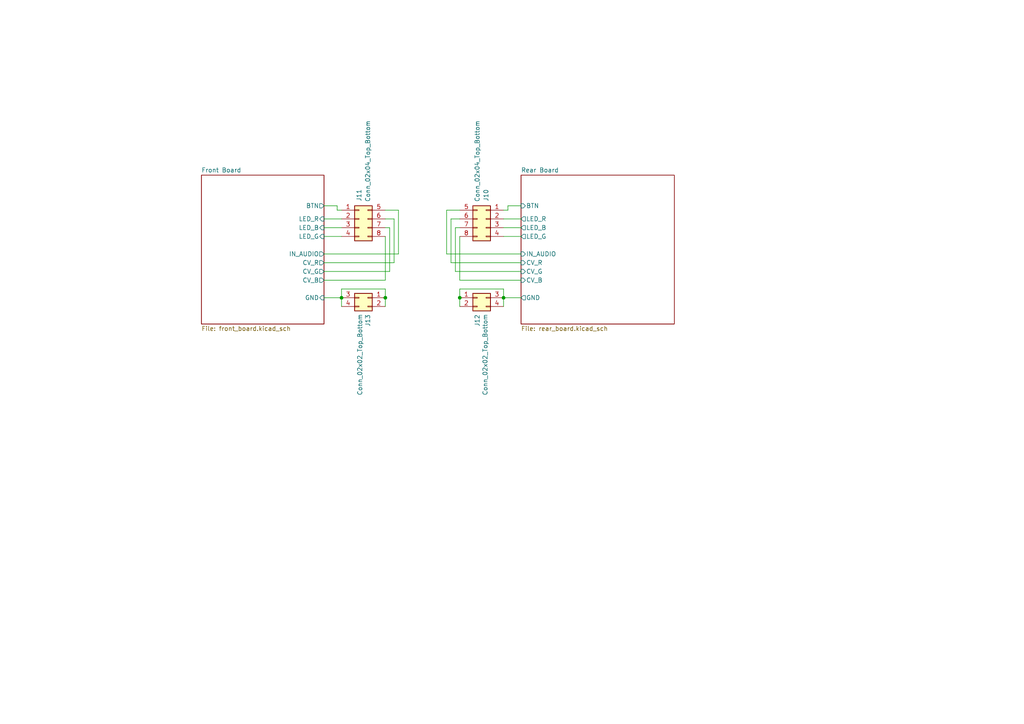
<source format=kicad_sch>
(kicad_sch (version 20250114) (generator "eeschema") (generator_version "9.0")
  (paper "A4")
  (lib_symbols
    (symbol "Connector_Generic:Conn_02x02_Top_Bottom" (pin_names (offset 1.016) (hide yes))
      (property "Reference" "J" (at 1.27 2.54 0))
      (property "Value" "Conn_02x02_Top_Bottom" (at 1.27 -5.08 0))
      (symbol "Conn_02x02_Top_Bottom_1_1"
        (rectangle (start -1.27 1.27) (end 3.81 -3.81) (stroke (width 0.254)) (fill (type background)))
        (rectangle (start -1.27 0.127) (end 0 -0.127) (stroke (width 0.1524)))
        (rectangle (start -1.27 -2.413) (end 0 -2.667) (stroke (width 0.1524)))
        (rectangle (start 3.81 0.127) (end 2.54 -0.127) (stroke (width 0.1524)))
        (rectangle (start 3.81 -2.413) (end 2.54 -2.667) (stroke (width 0.1524)))
        (pin passive line (at -5.08 0 0) (length 3.81) (name "Pin_1") (number "1"))
        (pin passive line (at -5.08 -2.54 0) (length 3.81) (name "Pin_2") (number "2"))
        (pin passive line (at 7.62 0 180) (length 3.81) (name "Pin_3") (number "3"))
        (pin passive line (at 7.62 -2.54 180) (length 3.81) (name "Pin_4") (number "4"))
      )
    )
    (symbol "Connector_Generic:Conn_02x04_Top_Bottom" (pin_names (offset 1.016) (hide yes))
      (property "Reference" "J" (at 1.27 5.08 0))
      (property "Value" "Conn_02x04_Top_Bottom" (at 1.27 -7.62 0))
      (symbol "Conn_02x04_Top_Bottom_1_1"
        (rectangle (start -1.27 3.81) (end 3.81 -6.35) (stroke (width 0.254)) (fill (type background)))
        (rectangle (start -1.27 2.667) (end 0 2.413) (stroke (width 0.1524)))
        (rectangle (start -1.27 0.127) (end 0 -0.127) (stroke (width 0.1524)))
        (rectangle (start -1.27 -2.413) (end 0 -2.667) (stroke (width 0.1524)))
        (rectangle (start -1.27 -4.953) (end 0 -5.207) (stroke (width 0.1524)))
        (rectangle (start 3.81 2.667) (end 2.54 2.413) (stroke (width 0.1524)))
        (rectangle (start 3.81 0.127) (end 2.54 -0.127) (stroke (width 0.1524)))
        (rectangle (start 3.81 -2.413) (end 2.54 -2.667) (stroke (width 0.1524)))
        (rectangle (start 3.81 -4.953) (end 2.54 -5.207) (stroke (width 0.1524)))
        (pin passive line (at -5.08 2.54 0) (length 3.81) (name "Pin_1") (number "1"))
        (pin passive line (at -5.08 0 0) (length 3.81) (name "Pin_2") (number "2"))
        (pin passive line (at -5.08 -2.54 0) (length 3.81) (name "Pin_3") (number "3"))
        (pin passive line (at -5.08 -5.08 0) (length 3.81) (name "Pin_4") (number "4"))
        (pin passive line (at 7.62 2.54 180) (length 3.81) (name "Pin_5") (number "5"))
        (pin passive line (at 7.62 0 180) (length 3.81) (name "Pin_6") (number "6"))
        (pin passive line (at 7.62 -2.54 180) (length 3.81) (name "Pin_7") (number "7"))
        (pin passive line (at 7.62 -5.08 180) (length 3.81) (name "Pin_8") (number "8"))
      )
    )
  )
  (junction (at 146.05 86.36))
  (junction (at 111.76 86.36))
  (junction (at 99.06 86.36))
  (junction (at 133.35 86.36))
  (wire (pts (xy 111.76 60.96) (xy 115.57 60.96)))
  (wire (pts (xy 132.08 78.74) (xy 132.08 66.04)))
  (wire (pts (xy 113.03 78.74) (xy 113.03 66.04)))
  (wire (pts (xy 111.76 86.36) (xy 111.76 88.9)))
  (wire (pts (xy 146.05 83.82) (xy 146.05 86.36)))
  (wire (pts (xy 133.35 86.36) (xy 133.35 83.82)))
  (wire (pts (xy 147.32 59.69) (xy 151.13 59.69)))
  (wire (pts (xy 151.13 73.66) (xy 129.54 73.66)))
  (wire (pts (xy 99.06 83.82) (xy 111.76 83.82)))
  (wire (pts (xy 97.79 59.69) (xy 93.98 59.69)))
  (wire (pts (xy 146.05 86.36) (xy 151.13 86.36)))
  (wire (pts (xy 93.98 78.74) (xy 113.03 78.74)))
  (wire (pts (xy 99.06 86.36) (xy 99.06 83.82)))
  (wire (pts (xy 114.3 63.5) (xy 111.76 63.5)))
  (wire (pts (xy 151.13 78.74) (xy 132.08 78.74)))
  (wire (pts (xy 97.79 60.96) (xy 99.06 60.96)))
  (wire (pts (xy 93.98 76.2) (xy 114.3 76.2)))
  (wire (pts (xy 129.54 60.96) (xy 133.35 60.96)))
  (wire (pts (xy 151.13 76.2) (xy 130.81 76.2)))
  (wire (pts (xy 111.76 68.58) (xy 111.76 81.28)))
  (wire (pts (xy 151.13 81.28) (xy 133.35 81.28)))
  (wire (pts (xy 99.06 86.36) (xy 99.06 88.9)))
  (wire (pts (xy 113.03 66.04) (xy 111.76 66.04)))
  (wire (pts (xy 111.76 81.28) (xy 93.98 81.28)))
  (wire (pts (xy 93.98 73.66) (xy 115.57 73.66)))
  (wire (pts (xy 115.57 73.66) (xy 115.57 60.96)))
  (wire (pts (xy 130.81 63.5) (xy 133.35 63.5)))
  (wire (pts (xy 129.54 73.66) (xy 129.54 60.96)))
  (wire (pts (xy 97.79 60.96) (xy 97.79 59.69)))
  (wire (pts (xy 146.05 68.58) (xy 151.13 68.58)))
  (wire (pts (xy 130.81 63.5) (xy 130.81 76.2)))
  (wire (pts (xy 93.98 68.58) (xy 99.06 68.58)))
  (wire (pts (xy 133.35 86.36) (xy 133.35 88.9)))
  (wire (pts (xy 146.05 63.5) (xy 151.13 63.5)))
  (wire (pts (xy 146.05 60.96) (xy 147.32 60.96)))
  (wire (pts (xy 93.98 86.36) (xy 99.06 86.36)))
  (wire (pts (xy 146.05 86.36) (xy 146.05 88.9)))
  (wire (pts (xy 93.98 66.04) (xy 99.06 66.04)))
  (wire (pts (xy 93.98 63.5) (xy 99.06 63.5)))
  (wire (pts (xy 147.32 60.96) (xy 147.32 59.69)))
  (wire (pts (xy 133.35 83.82) (xy 146.05 83.82)))
  (wire (pts (xy 133.35 81.28) (xy 133.35 68.58)))
  (wire (pts (xy 132.08 66.04) (xy 133.35 66.04)))
  (wire (pts (xy 111.76 83.82) (xy 111.76 86.36)))
  (wire (pts (xy 146.05 66.04) (xy 151.13 66.04)))
  (wire (pts (xy 114.3 76.2) (xy 114.3 63.5)))
  (symbol (lib_id "Connector_Generic:Conn_02x02_Top_Bottom") (at 138.43 86.36 0) (unit 1)
    (property "Reference" "J12" (at 138.43 92.964 90))
    (property "Value" "Conn_02x02_Top_Bottom" (at 140.716 102.87 90))
    (property "Footprint" "Connector_PinSocket_2.54mm:PinSocket_2x02_P2.54mm_Vertical" (effects (hide yes)))
    (property "Description" "Generic connector, double row, 02x02, top/bottom pin numbering scheme (row 1: 1...pins_per_row, row2: pins_per_row+1 ... num_pins), script generated (kicad-library-utils/schlib/autogen/connector/)" (effects (hide yes)))
  )
  (symbol (lib_id "Connector_Generic:Conn_02x02_Top_Bottom") (at 106.68 86.36 0) (mirror y) (unit 1)
    (property "Reference" "J13" (at 106.68 92.964 90))
    (property "Value" "Conn_02x02_Top_Bottom" (at 104.394 102.87 90))
    (property "Footprint" "Connector_PinHeader_2.54mm:PinHeader_2x02_P2.54mm_Horizontal" (effects (hide yes)))
    (property "Description" "Generic connector, double row, 02x02, top/bottom pin numbering scheme (row 1: 1...pins_per_row, row2: pins_per_row+1 ... num_pins), script generated (kicad-library-utils/schlib/autogen/connector/)" (effects (hide yes)))
  )
  (symbol (lib_id "Connector_Generic:Conn_02x04_Top_Bottom") (at 104.14 63.5 0) (unit 1)
    (property "Reference" "J11" (at 104.14 56.642 90))
    (property "Value" "Conn_02x04_Top_Bottom" (at 106.68 46.736 90))
    (property "Footprint" "Connector_PinHeader_2.54mm:PinHeader_2x04_P2.54mm_Horizontal" (effects (hide yes)))
    (property "Description" "Generic connector, double row, 02x04, top/bottom pin numbering scheme (row 1: 1...pins_per_row, row2: pins_per_row+1 ... num_pins), script generated (kicad-library-utils/schlib/autogen/connector/)" (effects (hide yes)))
  )
  (symbol (lib_id "Connector_Generic:Conn_02x04_Top_Bottom") (at 140.97 63.5 0) (mirror y) (unit 1)
    (property "Reference" "J10" (at 140.97 56.642 90))
    (property "Value" "Conn_02x04_Top_Bottom" (at 138.43 46.736 90))
    (property "Footprint" "Connector_PinSocket_2.54mm:PinSocket_2x04_P2.54mm_Vertical" (effects (hide yes)))
    (property "Description" "Generic connector, double row, 02x04, top/bottom pin numbering scheme (row 1: 1...pins_per_row, row2: pins_per_row+1 ... num_pins), script generated (kicad-library-utils/schlib/autogen/connector/)" (effects (hide yes)))
  )
  (sheet (at 58.42 50.8) (size 35.56 43.18) (stroke (width 0.1524))
    (property "Sheetname" "Front Board" (at 58.42 50.0884 0) (effects (justify left bottom)))
    (property "Sheetfile" "front_board.kicad_sch" (at 58.42 94.5646 0) (effects (justify left top)))
    (pin "IN_AUDIO" output (at 93.98 73.66 0))
    (pin "GND" input (at 93.98 86.36 0))
    (pin "LED_R" input (at 93.98 63.5 0))
    (pin "LED_B" input (at 93.98 66.04 0))
    (pin "LED_G" input (at 93.98 68.58 0))
    (pin "CV_B" output (at 93.98 81.28 0))
    (pin "CV_G" output (at 93.98 78.74 0))
    (pin "CV_R" output (at 93.98 76.2 0))
    (pin "BTN" output (at 93.98 59.69 0))
  )
  (sheet (at 151.13 50.8) (size 44.45 43.18) (stroke (width 0.1524))
    (property "Sheetname" "Rear Board" (at 151.13 50.0884 0) (effects (justify left bottom)))
    (property "Sheetfile" "rear_board.kicad_sch" (at 151.13 94.5646 0) (effects (justify left top)))
    (pin "IN_AUDIO" input (at 151.13 73.66 180))
    (pin "CV_G" input (at 151.13 78.74 180))
    (pin "CV_B" input (at 151.13 81.28 180))
    (pin "CV_R" input (at 151.13 76.2 180))
    (pin "LED_G" output (at 151.13 68.58 180))
    (pin "LED_R" output (at 151.13 63.5 180))
    (pin "LED_B" output (at 151.13 66.04 180))
    (pin "GND" output (at 151.13 86.36 180))
    (pin "BTN" input (at 151.13 59.69 180))
  )
)
</source>
